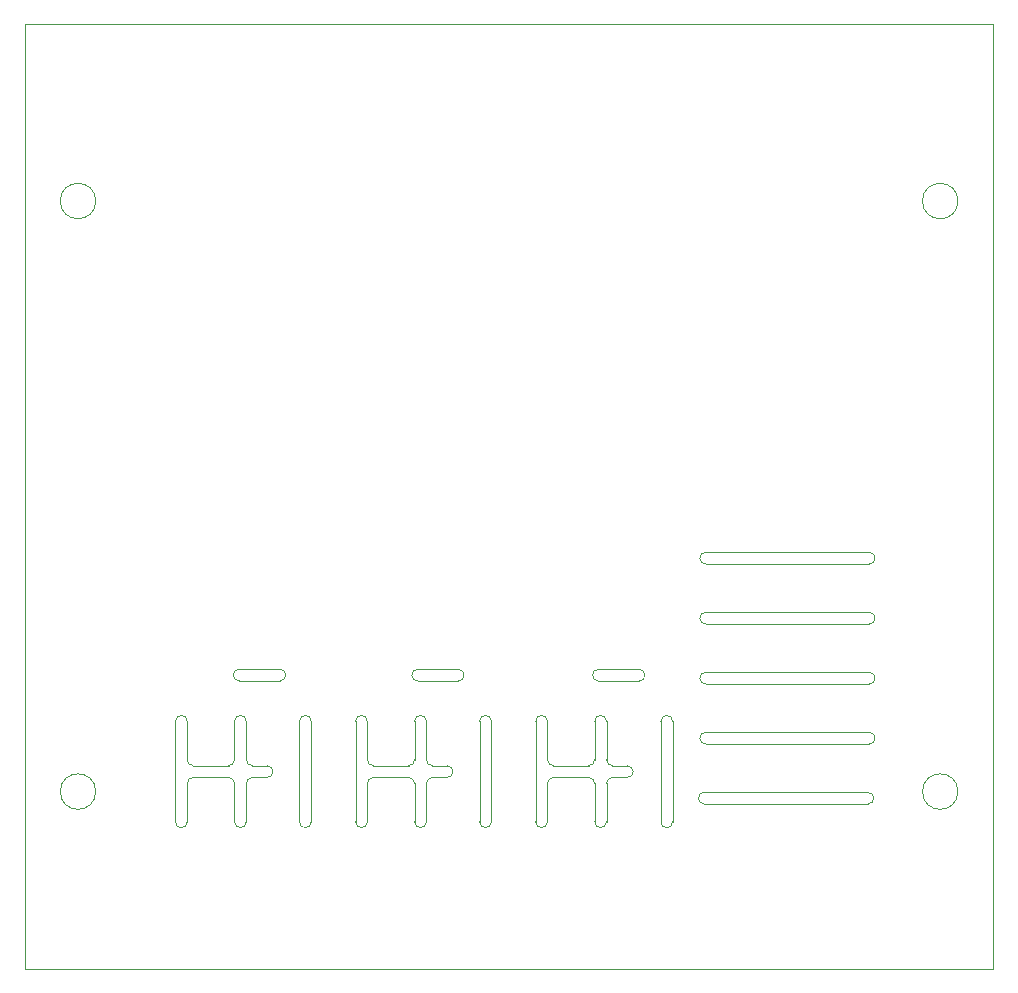
<source format=gbr>
%TF.GenerationSoftware,KiCad,Pcbnew,(6.0.8)*%
%TF.CreationDate,2022-11-04T20:36:36+01:00*%
%TF.ProjectId,Power_Meter,506f7765-725f-44d6-9574-65722e6b6963,rev?*%
%TF.SameCoordinates,Original*%
%TF.FileFunction,Profile,NP*%
%FSLAX46Y46*%
G04 Gerber Fmt 4.6, Leading zero omitted, Abs format (unit mm)*
G04 Created by KiCad (PCBNEW (6.0.8)) date 2022-11-04 20:36:36*
%MOMM*%
%LPD*%
G01*
G04 APERTURE LIST*
%TA.AperFunction,Profile*%
%ADD10C,0.100000*%
%TD*%
G04 APERTURE END LIST*
D10*
X141484000Y-120979000D02*
X127650000Y-120971000D01*
X106686000Y-115637000D02*
X103266000Y-115637000D01*
X141484000Y-115899000D02*
X127650000Y-115891000D01*
X118250000Y-124305000D02*
G75*
G03*
X117750000Y-123805000I-500000J0D01*
G01*
X127650000Y-119971000D02*
G75*
G03*
X127650000Y-120971000I0J-500000D01*
G01*
X117500000Y-122805000D02*
X114750000Y-122805000D01*
X98000000Y-124555000D02*
X98000000Y-127555000D01*
X119250000Y-119055000D02*
G75*
G03*
X118250000Y-119055000I-500000J0D01*
G01*
X103000000Y-124555000D02*
X103000000Y-127555000D01*
X109500000Y-119055000D02*
X109500000Y-127555000D01*
X87250000Y-122805000D02*
X87000000Y-122805000D01*
X104000000Y-119055000D02*
G75*
G03*
X103000000Y-119055000I-500000J0D01*
G01*
X123848000Y-127555000D02*
X123848000Y-119055000D01*
X119250000Y-122305000D02*
G75*
G03*
X119750000Y-122805000I500000J0D01*
G01*
X123848000Y-127555000D02*
G75*
G03*
X124848000Y-127555000I500000J0D01*
G01*
X89250000Y-122805000D02*
X90500000Y-122805000D01*
X82750000Y-122555000D02*
X82750000Y-124555000D01*
X114250000Y-124555000D02*
X114250000Y-124305000D01*
X113250000Y-124555000D02*
X113250000Y-127555000D01*
X104000000Y-127305000D02*
X104000000Y-127555000D01*
X114250000Y-119055000D02*
X114250000Y-122305000D01*
X113250000Y-122555000D02*
X113250000Y-124555000D01*
X124848000Y-119055000D02*
X124848000Y-127555000D01*
X119250000Y-124305000D02*
X119250000Y-127305000D01*
X98000000Y-119055000D02*
X98000000Y-122555000D01*
X89250000Y-123805000D02*
X90500000Y-123805000D01*
X127650000Y-104731000D02*
X141484000Y-104739000D01*
X127650000Y-104731000D02*
G75*
G03*
X127650000Y-105731000I0J-500000D01*
G01*
X141366000Y-126059000D02*
X127532000Y-126051000D01*
X88162000Y-114629000D02*
G75*
G03*
X88162000Y-115629000I0J-500000D01*
G01*
X88750000Y-119055000D02*
G75*
G03*
X87750000Y-119055000I-500000J0D01*
G01*
X118574000Y-114645000D02*
X121994000Y-114645000D01*
X88162000Y-114629000D02*
X91582000Y-114629000D01*
X127532000Y-125051000D02*
X141366000Y-125059000D01*
X127532000Y-125051000D02*
G75*
G03*
X127532000Y-126051000I0J-500000D01*
G01*
X109500000Y-119055000D02*
G75*
G03*
X108500000Y-119055000I-500000J0D01*
G01*
X104000000Y-119055000D02*
X104000000Y-122305000D01*
X94250000Y-119055000D02*
G75*
G03*
X93250000Y-119055000I-500000J0D01*
G01*
X119750000Y-122805000D02*
X121000000Y-122805000D01*
X121994000Y-115645000D02*
G75*
G03*
X121994000Y-114645000I0J500000D01*
G01*
X88750000Y-127305000D02*
X88750000Y-127555000D01*
X99000000Y-124555000D02*
X99000000Y-124305000D01*
X108500000Y-127555000D02*
X108500000Y-119055000D01*
X118250000Y-119055000D02*
X118250000Y-122305000D01*
X82750000Y-124555000D02*
X82750000Y-127555000D01*
X114250000Y-122305000D02*
G75*
G03*
X114750000Y-122805000I500000J0D01*
G01*
X89250000Y-123805000D02*
G75*
G03*
X88750000Y-124305000I0J-500000D01*
G01*
X105750000Y-123805000D02*
G75*
G03*
X105750000Y-122805000I0J500000D01*
G01*
X141484000Y-110819000D02*
G75*
G03*
X141484000Y-109819000I0J500000D01*
G01*
X99000000Y-122305000D02*
G75*
G03*
X99500000Y-122805000I500000J0D01*
G01*
X104000000Y-124305000D02*
X104000000Y-127305000D01*
X118250000Y-127555000D02*
G75*
G03*
X119250000Y-127555000I500000J0D01*
G01*
X124848000Y-119055000D02*
G75*
G03*
X123848000Y-119055000I-500000J0D01*
G01*
X87750000Y-127555000D02*
G75*
G03*
X88750000Y-127555000I500000J0D01*
G01*
X98000000Y-127555000D02*
G75*
G03*
X99000000Y-127555000I500000J0D01*
G01*
X117750000Y-122805000D02*
X117500000Y-122805000D01*
X88750000Y-119055000D02*
X88750000Y-122305000D01*
X104000000Y-122305000D02*
G75*
G03*
X104500000Y-122805000I500000J0D01*
G01*
X102500000Y-123805000D02*
X99500000Y-123805000D01*
X121994000Y-115645000D02*
X118574000Y-115645000D01*
X99500000Y-123805000D02*
G75*
G03*
X99000000Y-124305000I0J-500000D01*
G01*
X127650000Y-109811000D02*
X141484000Y-109819000D01*
X106686000Y-115637000D02*
G75*
G03*
X106686000Y-114637000I0J500000D01*
G01*
X103000000Y-119055000D02*
X103000000Y-122305000D01*
X119250000Y-127305000D02*
X119250000Y-127555000D01*
X76000000Y-125000000D02*
G75*
G03*
X76000000Y-125000000I-1500000J0D01*
G01*
X118574000Y-114645000D02*
G75*
G03*
X118574000Y-115645000I0J-500000D01*
G01*
X141366000Y-126059000D02*
G75*
G03*
X141366000Y-125059000I0J500000D01*
G01*
X83750000Y-124555000D02*
X83750000Y-127555000D01*
X99000000Y-124555000D02*
X99000000Y-127555000D01*
X99000000Y-119055000D02*
X99000000Y-122305000D01*
X117750000Y-123805000D02*
X114750000Y-123805000D01*
X83750000Y-119055000D02*
X83750000Y-122305000D01*
X103266000Y-114637000D02*
G75*
G03*
X103266000Y-115637000I0J-500000D01*
G01*
X102250000Y-122805000D02*
X99500000Y-122805000D01*
X88750000Y-122305000D02*
G75*
G03*
X89250000Y-122805000I500000J0D01*
G01*
X103266000Y-114637000D02*
X106686000Y-114637000D01*
X103000000Y-124555000D02*
X103000000Y-124305000D01*
X103000000Y-127555000D02*
G75*
G03*
X104000000Y-127555000I500000J0D01*
G01*
X127650000Y-114891000D02*
G75*
G03*
X127650000Y-115891000I0J-500000D01*
G01*
X114250000Y-119055000D02*
G75*
G03*
X113250000Y-119055000I-500000J0D01*
G01*
X104500000Y-123805000D02*
X105750000Y-123805000D01*
X119250000Y-119055000D02*
X119250000Y-122305000D01*
X149000000Y-75000000D02*
G75*
G03*
X149000000Y-75000000I-1500000J0D01*
G01*
X91582000Y-115629000D02*
G75*
G03*
X91582000Y-114629000I0J500000D01*
G01*
X104500000Y-122805000D02*
X105750000Y-122805000D01*
X87750000Y-124555000D02*
X87750000Y-127555000D01*
X127650000Y-119971000D02*
X141484000Y-119979000D01*
X93250000Y-127555000D02*
G75*
G03*
X94250000Y-127555000I500000J0D01*
G01*
X88750000Y-124305000D02*
X88750000Y-127305000D01*
X141484000Y-115899000D02*
G75*
G03*
X141484000Y-114899000I0J500000D01*
G01*
X104500000Y-123805000D02*
G75*
G03*
X104000000Y-124305000I0J-500000D01*
G01*
X82750000Y-127555000D02*
G75*
G03*
X83750000Y-127555000I500000J0D01*
G01*
X93250000Y-127555000D02*
X93250000Y-119055000D01*
X98000000Y-122555000D02*
X98000000Y-124555000D01*
X102500000Y-122805000D02*
G75*
G03*
X103000000Y-122305000I0J500000D01*
G01*
X141484000Y-120979000D02*
G75*
G03*
X141484000Y-119979000I0J500000D01*
G01*
X127650000Y-109811000D02*
G75*
G03*
X127650000Y-110811000I0J-500000D01*
G01*
X117750000Y-122805000D02*
G75*
G03*
X118250000Y-122305000I0J500000D01*
G01*
X87750000Y-124305000D02*
G75*
G03*
X87250000Y-123805000I-500000J0D01*
G01*
X82750000Y-119055000D02*
X82750000Y-122555000D01*
X90500000Y-123805000D02*
G75*
G03*
X90500000Y-122805000I0J500000D01*
G01*
X141484000Y-105739000D02*
X127650000Y-105731000D01*
X127650000Y-114891000D02*
X141484000Y-114899000D01*
X83750000Y-119055000D02*
G75*
G03*
X82750000Y-119055000I-500000J0D01*
G01*
X87000000Y-122805000D02*
X84250000Y-122805000D01*
X149000000Y-125000000D02*
G75*
G03*
X149000000Y-125000000I-1500000J0D01*
G01*
X141484000Y-110819000D02*
X127650000Y-110811000D01*
X113250000Y-119055000D02*
X113250000Y-122555000D01*
X70000000Y-60000000D02*
X152000000Y-60000000D01*
X152000000Y-60000000D02*
X152000000Y-140000000D01*
X152000000Y-140000000D02*
X70000000Y-140000000D01*
X70000000Y-140000000D02*
X70000000Y-60000000D01*
X91582000Y-115629000D02*
X88162000Y-115629000D01*
X102500000Y-122805000D02*
X102250000Y-122805000D01*
X87750000Y-124555000D02*
X87750000Y-124305000D01*
X76000000Y-75000000D02*
G75*
G03*
X76000000Y-75000000I-1500000J0D01*
G01*
X83750000Y-122305000D02*
G75*
G03*
X84250000Y-122805000I500000J0D01*
G01*
X113250000Y-127555000D02*
G75*
G03*
X114250000Y-127555000I500000J0D01*
G01*
X87750000Y-119055000D02*
X87750000Y-122305000D01*
X114750000Y-123805000D02*
G75*
G03*
X114250000Y-124305000I0J-500000D01*
G01*
X87250000Y-122805000D02*
G75*
G03*
X87750000Y-122305000I0J500000D01*
G01*
X119750000Y-123805000D02*
G75*
G03*
X119250000Y-124305000I0J-500000D01*
G01*
X119750000Y-123805000D02*
X121000000Y-123805000D01*
X114250000Y-124555000D02*
X114250000Y-127555000D01*
X141484000Y-105739000D02*
G75*
G03*
X141484000Y-104739000I0J500000D01*
G01*
X118250000Y-124555000D02*
X118250000Y-127555000D01*
X121000000Y-123805000D02*
G75*
G03*
X121000000Y-122805000I0J500000D01*
G01*
X83750000Y-124555000D02*
X83750000Y-124305000D01*
X84250000Y-123805000D02*
G75*
G03*
X83750000Y-124305000I0J-500000D01*
G01*
X118250000Y-124555000D02*
X118250000Y-124305000D01*
X103000000Y-124305000D02*
G75*
G03*
X102500000Y-123805000I-500000J0D01*
G01*
X108500000Y-127555000D02*
G75*
G03*
X109500000Y-127555000I500000J0D01*
G01*
X87250000Y-123805000D02*
X84250000Y-123805000D01*
X94250000Y-119055000D02*
X94250000Y-127555000D01*
X99000000Y-119055000D02*
G75*
G03*
X98000000Y-119055000I-500000J0D01*
G01*
M02*

</source>
